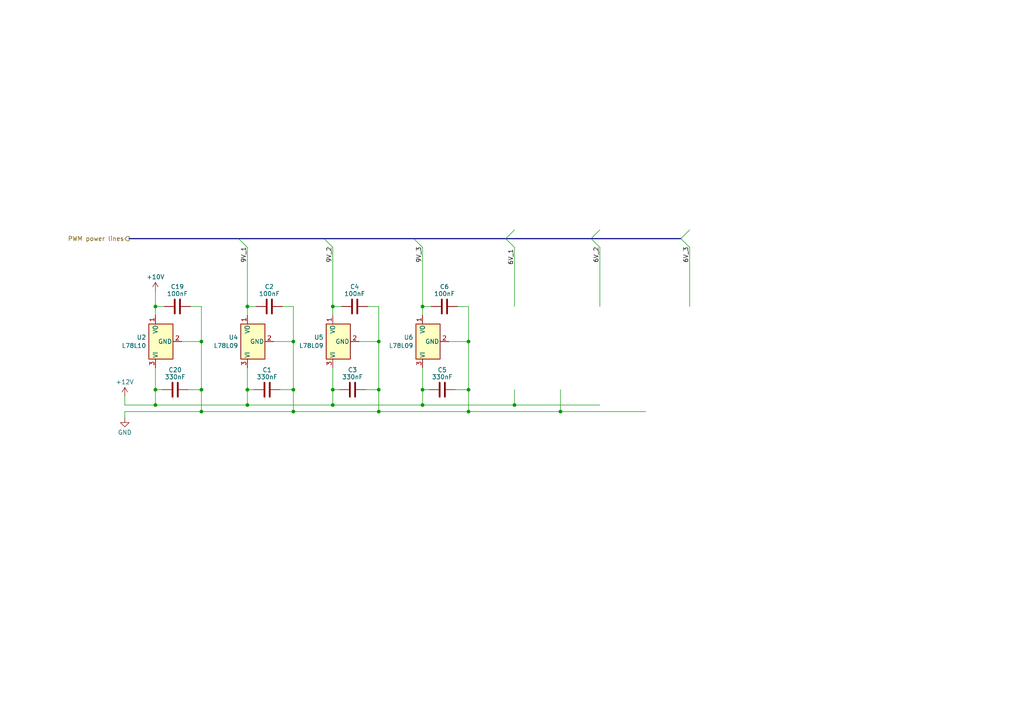
<source format=kicad_sch>
(kicad_sch (version 20230121) (generator eeschema)
  (paper "A4")
  (lib_symbols
    (symbol "Device:C" (pin_numbers hide) (pin_names (offset 0.254))
      (property "Reference" "C" (at 0.635 2.54 0))
      (property "Value" "C" (at 0.635 -2.54 0))
      (symbol "C_0_1"
        (polyline (pts (xy -2.032 -0.762) (xy 2.032 -0.762)) (stroke (width 0.508)))
        (polyline (pts (xy -2.032 0.762) (xy 2.032 0.762)) (stroke (width 0.508)))
      )
      (symbol "C_1_1"
        (pin passive line (at 0 3.81 270) (length 2.794) (name "~") (number "1"))
        (pin passive line (at 0 -3.81 90) (length 2.794) (name "~") (number "2"))
      )
    )
    (symbol "Regulator_Linear:L78L09_TO92" (pin_names (offset 0.254))
      (property "Reference" "U" (at -3.81 3.175 0))
      (property "Value" "L78L09_TO92" (at 0 3.175 0))
      (symbol "L78L09_TO92_0_1"
        (rectangle (start -5.08 -5.08) (end 5.08 1.905) (stroke (width 0.254)) (fill (type background)))
      )
      (symbol "L78L09_TO92_1_1"
        (pin power_out line (at 7.62 0 180) (length 2.54) (name "VO") (number "1"))
        (pin power_in line (at 0 -7.62 90) (length 2.54) (name "GND") (number "2"))
        (pin power_in line (at -7.62 0 0) (length 2.54) (name "VI") (number "3"))
      )
    )
    (symbol "Regulator_Linear:L78L10_TO92" (pin_names (offset 0.254))
      (property "Reference" "U" (at -3.81 3.175 0))
      (property "Value" "L78L10_TO92" (at 0 3.175 0))
      (symbol "L78L10_TO92_0_1"
        (rectangle (start -5.08 -5.08) (end 5.08 1.905) (stroke (width 0.254)) (fill (type background)))
      )
      (symbol "L78L10_TO92_1_1"
        (pin power_out line (at 7.62 0 180) (length 2.54) (name "VO") (number "1"))
        (pin power_in line (at 0 -7.62 90) (length 2.54) (name "GND") (number "2"))
        (pin power_in line (at -7.62 0 0) (length 2.54) (name "VI") (number "3"))
      )
    )
    (symbol "power:+10V" (power) (pin_names (offset 0))
      (property "Value" "+10V" (at 0 3.556 0))
      (symbol "+10V_0_1"
        (polyline (pts (xy -0.762 1.27) (xy 0 2.54)))
        (polyline (pts (xy 0 0) (xy 0 2.54)))
        (polyline (pts (xy 0 2.54) (xy 0.762 1.27)))
      )
      (symbol "+10V_1_1"
        (pin power_in line (at 0 0 90) (length 0) hide (name "+10V") (number "1"))
      )
    )
    (symbol "power:+12V" (power) (pin_names (offset 0))
      (property "Value" "+12V" (at 0 3.556 0))
      (symbol "+12V_0_1"
        (polyline (pts (xy -0.762 1.27) (xy 0 2.54)))
        (polyline (pts (xy 0 0) (xy 0 2.54)))
        (polyline (pts (xy 0 2.54) (xy 0.762 1.27)))
      )
      (symbol "+12V_1_1"
        (pin power_in line (at 0 0 90) (length 0) hide (name "+12V") (number "1"))
      )
    )
    (symbol "power:GND" (power) (pin_names (offset 0))
      (property "Value" "GND" (at 0 -3.81 0))
      (symbol "GND_0_1"
        (polyline (pts (xy 0 0) (xy 0 -1.27) (xy 1.27 -1.27) (xy 0 -2.54) (xy -1.27 -1.27) (xy 0 -1.27)))
      )
      (symbol "GND_1_1"
        (pin power_in line (at 0 0 270) (length 0) hide (name "GND") (number "1"))
      )
    )
  )
  (junction (at 58.42 99.06))
  (junction (at 135.89 119.38))
  (junction (at 122.555 117.475))
  (junction (at 85.09 119.38))
  (junction (at 135.89 113.03))
  (junction (at 149.225 117.475))
  (junction (at 45.085 88.9))
  (junction (at 96.52 88.9))
  (junction (at 109.855 99.06))
  (junction (at 45.085 113.03))
  (junction (at 71.755 117.475))
  (junction (at 85.09 113.03))
  (junction (at 109.855 119.38))
  (junction (at 96.52 113.03))
  (junction (at 162.56 119.38))
  (junction (at 85.09 99.06))
  (junction (at 58.42 113.03))
  (junction (at 122.555 88.9))
  (junction (at 71.755 113.03))
  (junction (at 135.89 99.06))
  (junction (at 96.52 117.475))
  (junction (at 58.42 119.38))
  (junction (at 109.855 113.03))
  (junction (at 45.085 117.475))
  (junction (at 71.755 88.9))
  (junction (at 122.555 113.03))
  (bus_entry (at 146.685 69.215) (size 2.54 -2.54))
  (bus_entry (at 173.99 71.755) (size -2.54 -2.54))
  (bus_entry (at 122.555 71.755) (size -2.54 -2.54))
  (bus_entry (at 200.025 71.755) (size -2.54 -2.54))
  (bus_entry (at 149.225 71.755) (size -2.54 -2.54))
  (bus_entry (at 71.755 71.755) (size -2.54 -2.54))
  (bus_entry (at 197.485 69.215) (size 2.54 -2.54))
  (bus_entry (at 96.52 71.755) (size -2.54 -2.54))
  (bus_entry (at 171.45 69.215) (size 2.54 -2.54))
  (wire (pts (xy 135.89 88.9) (xy 132.715 88.9)))
  (wire (pts (xy 36.195 117.475) (xy 45.085 117.475)))
  (wire (pts (xy 79.375 99.06) (xy 85.09 99.06)))
  (wire (pts (xy 96.52 113.03) (xy 98.425 113.03)))
  (wire (pts (xy 104.14 99.06) (xy 109.855 99.06)))
  (wire (pts (xy 85.09 99.06) (xy 85.09 88.9)))
  (wire (pts (xy 122.555 106.68) (xy 122.555 113.03)))
  (wire (pts (xy 122.555 117.475) (xy 122.555 113.03)))
  (wire (pts (xy 45.085 106.68) (xy 45.085 113.03)))
  (wire (pts (xy 122.555 71.755) (xy 122.555 88.9)))
  (wire (pts (xy 71.755 117.475) (xy 71.755 113.03)))
  (bus (pts (xy 146.685 69.215) (xy 171.45 69.215)))
  (wire (pts (xy 173.99 71.755) (xy 173.99 88.9)))
  (bus (pts (xy 171.45 69.215) (xy 197.485 69.215)))
  (wire (pts (xy 71.755 88.9) (xy 74.295 88.9)))
  (wire (pts (xy 109.855 119.38) (xy 109.855 113.03)))
  (wire (pts (xy 45.085 88.9) (xy 47.625 88.9)))
  (wire (pts (xy 36.195 114.935) (xy 36.195 117.475)))
  (wire (pts (xy 109.855 119.38) (xy 135.89 119.38)))
  (wire (pts (xy 45.085 113.03) (xy 46.99 113.03)))
  (wire (pts (xy 36.195 121.285) (xy 36.195 119.38)))
  (wire (pts (xy 45.085 117.475) (xy 71.755 117.475)))
  (wire (pts (xy 58.42 99.06) (xy 58.42 113.03)))
  (wire (pts (xy 132.08 113.03) (xy 135.89 113.03)))
  (wire (pts (xy 122.555 113.03) (xy 124.46 113.03)))
  (wire (pts (xy 45.085 117.475) (xy 45.085 113.03)))
  (wire (pts (xy 130.175 99.06) (xy 135.89 99.06)))
  (wire (pts (xy 58.42 99.06) (xy 58.42 88.9)))
  (wire (pts (xy 200.025 71.755) (xy 200.025 88.9)))
  (wire (pts (xy 96.52 117.475) (xy 122.555 117.475)))
  (bus (pts (xy 93.98 69.215) (xy 120.015 69.215)))
  (wire (pts (xy 71.755 71.755) (xy 71.755 88.9)))
  (wire (pts (xy 149.225 117.475) (xy 149.225 113.03)))
  (wire (pts (xy 71.755 113.03) (xy 73.66 113.03)))
  (wire (pts (xy 162.56 119.38) (xy 162.56 113.03)))
  (wire (pts (xy 52.705 99.06) (xy 58.42 99.06)))
  (wire (pts (xy 85.09 119.38) (xy 85.09 113.03)))
  (wire (pts (xy 58.42 119.38) (xy 85.09 119.38)))
  (wire (pts (xy 122.555 91.44) (xy 122.555 88.9)))
  (wire (pts (xy 135.89 119.38) (xy 135.89 113.03)))
  (wire (pts (xy 122.555 88.9) (xy 125.095 88.9)))
  (wire (pts (xy 54.61 113.03) (xy 58.42 113.03)))
  (wire (pts (xy 45.085 84.455) (xy 45.085 88.9)))
  (wire (pts (xy 109.855 99.06) (xy 109.855 113.03)))
  (wire (pts (xy 106.045 113.03) (xy 109.855 113.03)))
  (wire (pts (xy 71.755 106.68) (xy 71.755 113.03)))
  (wire (pts (xy 109.855 88.9) (xy 106.68 88.9)))
  (wire (pts (xy 96.52 71.755) (xy 96.52 88.9)))
  (wire (pts (xy 85.09 119.38) (xy 109.855 119.38)))
  (wire (pts (xy 71.755 117.475) (xy 96.52 117.475)))
  (wire (pts (xy 85.09 88.9) (xy 81.915 88.9)))
  (bus (pts (xy 120.015 69.215) (xy 146.685 69.215)))
  (wire (pts (xy 135.89 99.06) (xy 135.89 113.03)))
  (wire (pts (xy 149.225 117.475) (xy 173.99 117.475)))
  (wire (pts (xy 162.56 119.38) (xy 187.325 119.38)))
  (wire (pts (xy 58.42 88.9) (xy 55.245 88.9)))
  (wire (pts (xy 36.195 119.38) (xy 58.42 119.38)))
  (wire (pts (xy 96.52 106.68) (xy 96.52 113.03)))
  (bus (pts (xy 69.215 69.215) (xy 93.98 69.215)))
  (bus (pts (xy 37.465 69.215) (xy 69.215 69.215)))
  (wire (pts (xy 135.89 119.38) (xy 162.56 119.38)))
  (wire (pts (xy 109.855 99.06) (xy 109.855 88.9)))
  (wire (pts (xy 149.225 71.755) (xy 149.225 88.9)))
  (wire (pts (xy 135.89 99.06) (xy 135.89 88.9)))
  (wire (pts (xy 96.52 91.44) (xy 96.52 88.9)))
  (wire (pts (xy 122.555 117.475) (xy 149.225 117.475)))
  (wire (pts (xy 71.755 91.44) (xy 71.755 88.9)))
  (wire (pts (xy 58.42 113.03) (xy 58.42 119.38)))
  (wire (pts (xy 81.28 113.03) (xy 85.09 113.03)))
  (wire (pts (xy 96.52 117.475) (xy 96.52 113.03)))
  (wire (pts (xy 45.085 91.44) (xy 45.085 88.9)))
  (wire (pts (xy 85.09 99.06) (xy 85.09 113.03)))
  (wire (pts (xy 96.52 88.9) (xy 99.06 88.9)))
  (label "9V_3" (at 122.555 76.2 90))
  (label "9V_1" (at 71.755 76.2 90))
  (label "6V_1" (at 149.225 76.835 90))
  (label "6V_2" (at 173.99 76.2 90))
  (label "9V_2" (at 96.52 76.2 90))
  (label "6V_3" (at 200.025 76.2 90))
  (hierarchical_label "PWM power lines" (shape output) (at 37.465 69.215 180))
  (symbol (lib_id "Regulator_Linear:L78L10_TO92") (at 45.085 99.06 90) (unit 1)
    (property "Reference" "U2" (at 42.418 97.8479 90) (effects (justify left)))
    (property "Value" "L78L10" (at 42.418 100.2721 90) (effects (justify left)))
    (property "Footprint" "Package_TO_SOT_THT:TO-92_Inline" (effects hide))
    (property "Datasheet" "http://www.st.com/content/ccc/resource/technical/document/datasheet/15/55/e5/aa/23/5b/43/fd/CD00000446.pdf/files/CD00000446.pdf/jcr:content/translations/en.CD00000446.pdf" (effects hide))
  )
  (symbol (lib_id "Device:C") (at 102.235 113.03 90) (unit 1)
    (property "Reference" "C3" (at 102.235 107.291 90))
    (property "Value" "330nF" (at 102.235 109.339 90))
    (property "Footprint" "Capacitor_THT:C_Disc_D5.0mm_W2.5mm_P2.50mm" (effects hide))
  )
  (symbol (lib_id "Device:C") (at 78.105 88.9 270) (mirror x) (unit 1)
    (property "Reference" "C2" (at 78.105 83.161 90))
    (property "Value" "100nF" (at 78.105 85.209 90))
    (property "Footprint" "Capacitor_THT:C_Disc_D5.0mm_W2.5mm_P2.50mm" (effects hide))
  )
  (symbol (lib_id "Device:C") (at 77.47 113.03 90) (unit 1)
    (property "Reference" "C1" (at 77.47 107.291 90))
    (property "Value" "330nF" (at 77.47 109.339 90))
    (property "Footprint" "Capacitor_THT:C_Disc_D5.0mm_W2.5mm_P2.50mm" (effects hide))
  )
  (symbol (lib_id "Device:C") (at 50.8 113.03 90) (unit 1)
    (property "Reference" "C20" (at 50.8 107.291 90))
    (property "Value" "330nF" (at 50.8 109.339 90))
    (property "Footprint" "Capacitor_THT:C_Disc_D5.0mm_W2.5mm_P2.50mm" (effects hide))
  )
  (symbol (lib_id "power:+12V") (at 36.195 114.935 0) (unit 1)
    (property "Reference" "#PWR046" (effects hide))
    (property "Value" "+12V" (at 36.195 110.8019 0))
  )
  (symbol (lib_id "Regulator_Linear:L78L09_TO92") (at 71.755 99.06 90) (unit 1)
    (property "Reference" "U4" (at 69.088 97.8479 90) (effects (justify left)))
    (property "Value" "L78L09" (at 69.088 100.2721 90) (effects (justify left)))
    (property "Footprint" "Package_TO_SOT_THT:TO-92_Inline" (effects hide))
    (property "Datasheet" "http://www.st.com/content/ccc/resource/technical/document/datasheet/15/55/e5/aa/23/5b/43/fd/CD00000446.pdf/files/CD00000446.pdf/jcr:content/translations/en.CD00000446.pdf" (effects hide))
  )
  (symbol (lib_id "Device:C") (at 102.87 88.9 270) (mirror x) (unit 1)
    (property "Reference" "C4" (at 102.87 83.161 90))
    (property "Value" "100nF" (at 102.87 85.209 90))
    (property "Footprint" "Capacitor_THT:C_Disc_D5.0mm_W2.5mm_P2.50mm" (effects hide))
  )
  (symbol (lib_id "Device:C") (at 51.435 88.9 270) (mirror x) (unit 1)
    (property "Reference" "C19" (at 51.435 83.161 90))
    (property "Value" "100nF" (at 51.435 85.209 90))
    (property "Footprint" "Capacitor_THT:C_Disc_D5.0mm_W2.5mm_P2.50mm" (effects hide))
  )
  (symbol (lib_id "Device:C") (at 128.27 113.03 90) (unit 1)
    (property "Reference" "C5" (at 128.27 107.291 90))
    (property "Value" "330nF" (at 128.27 109.339 90))
    (property "Footprint" "Capacitor_THT:C_Disc_D5.0mm_W2.5mm_P2.50mm" (effects hide))
  )
  (symbol (lib_id "Device:C") (at 128.905 88.9 270) (mirror x) (unit 1)
    (property "Reference" "C6" (at 128.905 83.161 90))
    (property "Value" "100nF" (at 128.905 85.209 90))
    (property "Footprint" "Capacitor_THT:C_Disc_D5.0mm_W2.5mm_P2.50mm" (effects hide))
  )
  (symbol (lib_id "power:+10V") (at 45.085 84.455 0) (unit 1)
    (property "Reference" "#PWR05" (effects hide))
    (property "Value" "+10V" (at 45.085 80.3219 0))
  )
  (symbol (lib_id "power:GND") (at 36.195 121.285 0) (unit 1)
    (property "Reference" "#PWR047" (effects hide))
    (property "Value" "GND" (at 36.195 125.4181 0))
  )
  (symbol (lib_id "Regulator_Linear:L78L09_TO92") (at 96.52 99.06 90) (unit 1)
    (property "Reference" "U5" (at 93.853 97.8479 90) (effects (justify left)))
    (property "Value" "L78L09" (at 93.853 100.2721 90) (effects (justify left)))
    (property "Footprint" "Package_TO_SOT_THT:TO-92_Inline" (effects hide))
    (property "Datasheet" "http://www.st.com/content/ccc/resource/technical/document/datasheet/15/55/e5/aa/23/5b/43/fd/CD00000446.pdf/files/CD00000446.pdf/jcr:content/translations/en.CD00000446.pdf" (effects hide))
  )
  (symbol (lib_id "Regulator_Linear:L78L09_TO92") (at 122.555 99.06 90) (unit 1)
    (property "Reference" "U6" (at 119.888 97.8479 90) (effects (justify left)))
    (property "Value" "L78L09" (at 119.888 100.2721 90) (effects (justify left)))
    (property "Footprint" "Package_TO_SOT_THT:TO-92_Inline" (effects hide))
    (property "Datasheet" "http://www.st.com/content/ccc/resource/technical/document/datasheet/15/55/e5/aa/23/5b/43/fd/CD00000446.pdf/files/CD00000446.pdf/jcr:content/translations/en.CD00000446.pdf" (effects hide))
  )
)
</source>
